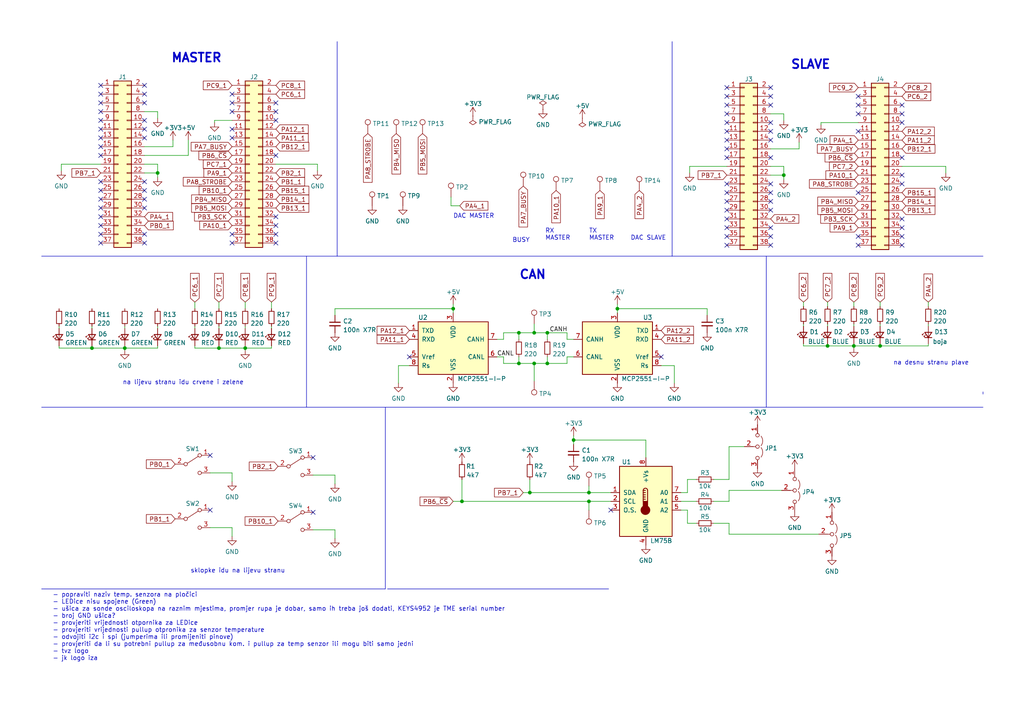
<source format=kicad_sch>
(kicad_sch (version 20230121) (generator eeschema)
  (paper "A4")
  (title_block (title "KTM_TVZ_ApplicationBoard") (date "2022-10-24") (rev "1") (company "TVZ"))
  (junction (at 26.67 100.965))
  (junction (at 247.65 100.33))
  (junction (at 154.94 96.52))
  (junction (at 36.195 100.965))
  (junction (at 150.495 96.52))
  (junction (at 170.815 145.415))
  (junction (at 158.75 96.52))
  (junction (at 227.33 50.8))
  (junction (at 255.27 100.33))
  (junction (at 154.94 105.41))
  (junction (at 133.985 145.415))
  (junction (at 179.07 89.535))
  (junction (at 45.72 50.165))
  (junction (at 166.37 127.635))
  (junction (at 158.75 105.41))
  (junction (at 150.495 105.41))
  (junction (at 131.445 89.535))
  (junction (at 63.5 100.965))
  (junction (at 71.12 100.965))
  (junction (at 170.815 142.875))
  (junction (at 153.67 142.875))
  (junction (at 240.03 100.33))
  (no_connect (at 210.82 63.5))
  (no_connect (at 261.62 30.48))
  (no_connect (at 223.52 38.1))
  (no_connect (at 29.21 62.865))
  (no_connect (at 41.91 52.705))
  (no_connect (at 67.31 37.465))
  (no_connect (at 261.62 68.58))
  (no_connect (at 80.01 70.485))
  (no_connect (at 80.01 62.865))
  (no_connect (at 41.91 60.325))
  (no_connect (at 29.21 42.545))
  (no_connect (at 210.82 40.64))
  (no_connect (at 210.82 45.72))
  (no_connect (at 29.21 37.465))
  (no_connect (at 210.82 35.56))
  (no_connect (at 210.82 33.02))
  (no_connect (at 261.62 53.34))
  (no_connect (at 261.62 50.8))
  (no_connect (at 248.92 55.88))
  (no_connect (at 223.52 66.04))
  (no_connect (at 67.31 32.385))
  (no_connect (at 210.82 53.34))
  (no_connect (at 29.21 67.945))
  (no_connect (at 67.31 27.305))
  (no_connect (at 41.91 37.465))
  (no_connect (at 67.31 70.485))
  (no_connect (at 29.21 55.245))
  (no_connect (at 177.165 147.955))
  (no_connect (at 210.82 27.94))
  (no_connect (at 210.82 58.42))
  (no_connect (at 210.82 43.18))
  (no_connect (at 223.52 45.72))
  (no_connect (at 80.01 29.845))
  (no_connect (at 223.52 68.58))
  (no_connect (at 118.745 103.505))
  (no_connect (at 29.21 32.385))
  (no_connect (at 223.52 27.94))
  (no_connect (at 210.82 55.88))
  (no_connect (at 248.92 27.94))
  (no_connect (at 223.52 35.56))
  (no_connect (at 41.91 34.925))
  (no_connect (at 261.62 71.12))
  (no_connect (at 29.21 40.005))
  (no_connect (at 223.52 71.12))
  (no_connect (at 210.82 66.04))
  (no_connect (at 261.62 45.72))
  (no_connect (at 210.82 30.48))
  (no_connect (at 29.21 60.325))
  (no_connect (at 210.82 71.12))
  (no_connect (at 261.62 66.04))
  (no_connect (at 80.01 45.085))
  (no_connect (at 80.01 65.405))
  (no_connect (at 248.92 68.58))
  (no_connect (at 248.92 30.48))
  (no_connect (at 261.62 63.5))
  (no_connect (at 223.52 60.96))
  (no_connect (at 223.52 55.88))
  (no_connect (at 67.31 29.845))
  (no_connect (at 90.805 132.715))
  (no_connect (at 41.91 40.005))
  (no_connect (at 41.91 55.245))
  (no_connect (at 67.31 40.005))
  (no_connect (at 223.52 30.48))
  (no_connect (at 223.52 40.64))
  (no_connect (at 248.92 33.02))
  (no_connect (at 41.91 70.485))
  (no_connect (at 223.52 58.42))
  (no_connect (at 248.92 71.12))
  (no_connect (at 90.805 148.59))
  (no_connect (at 80.01 67.945))
  (no_connect (at 29.21 52.705))
  (no_connect (at 29.21 34.925))
  (no_connect (at 41.91 29.845))
  (no_connect (at 60.96 147.955))
  (no_connect (at 67.31 67.945))
  (no_connect (at 210.82 25.4))
  (no_connect (at 223.52 25.4))
  (no_connect (at 210.82 38.1))
  (no_connect (at 210.82 60.96))
  (no_connect (at 261.62 33.02))
  (no_connect (at 223.52 53.34))
  (no_connect (at 41.91 57.785))
  (no_connect (at 41.91 27.305))
  (no_connect (at 41.91 24.765))
  (no_connect (at 29.21 29.845))
  (no_connect (at 29.21 27.305))
  (no_connect (at 29.21 24.765))
  (no_connect (at 41.91 67.945))
  (no_connect (at 80.01 32.385))
  (no_connect (at 248.92 38.1))
  (no_connect (at 60.96 132.08))
  (no_connect (at 80.01 34.925))
  (no_connect (at 261.62 35.56))
  (no_connect (at 29.21 57.785))
  (no_connect (at 191.77 103.505))
  (no_connect (at 29.21 70.485))
  (no_connect (at 210.82 68.58))
  (no_connect (at 29.21 45.085))
  (no_connect (at 29.21 65.405))
  (wire (pts (xy 36.195 100.965) (xy 36.195 101.6)))
  (wire (pts (xy 78.74 100.965) (xy 78.74 100.33)))
  (wire (pts (xy 238.125 36.195) (xy 238.125 35.56)))
  (wire (pts (xy 170.815 145.415) (xy 177.165 145.415)))
  (wire (pts (xy 63.5 100.33) (xy 63.5 100.965)))
  (wire (pts (xy 153.67 142.875) (xy 153.67 139.065)))
  (wire (pts (xy 164.465 103.505) (xy 164.465 105.41)))
  (wire (pts (xy 231.775 43.18) (xy 231.775 41.275)))
  (wire (pts (xy 179.07 89.535) (xy 179.07 90.805)))
  (wire (pts (xy 56.515 100.965) (xy 63.5 100.965)))
  (wire (pts (xy 261.62 48.26) (xy 274.32 48.26)))
  (wire (pts (xy 154.94 93.98) (xy 154.94 96.52)))
  (wire (pts (xy 71.12 87.63) (xy 71.12 89.535)))
  (wire (pts (xy 247.65 100.33) (xy 247.65 100.965)))
  (wire (pts (xy 240.03 100.33) (xy 247.65 100.33)))
  (wire (pts (xy 158.75 105.41) (xy 164.465 105.41)))
  (wire (pts (xy 154.94 105.41) (xy 158.75 105.41)))
  (wire (pts (xy 223.52 48.26) (xy 227.33 48.26)))
  (wire (pts (xy 60.96 137.16) (xy 67.31 137.16)))
  (wire (pts (xy 240.03 99.695) (xy 240.03 100.33)))
  (wire (pts (xy 63.5 87.63) (xy 63.5 89.535)))
  (wire (pts (xy 45.72 50.165) (xy 45.72 51.435)))
  (wire (pts (xy 199.39 147.955) (xy 199.39 151.765)))
  (wire (pts (xy 247.65 100.33) (xy 255.27 100.33)))
  (polyline (pts (xy 12.065 74.295) (xy 97.79 74.295)))
  (wire (pts (xy 247.65 93.98) (xy 247.65 94.615)))
  (wire (pts (xy 26.67 100.965) (xy 36.195 100.965)))
  (wire (pts (xy 92.075 47.625) (xy 92.075 49.53)))
  (wire (pts (xy 227.33 50.8) (xy 227.33 52.07)))
  (wire (pts (xy 80.01 47.625) (xy 92.075 47.625)))
  (wire (pts (xy 56.515 100.33) (xy 56.515 100.965)))
  (wire (pts (xy 26.67 100.33) (xy 26.67 100.965)))
  (wire (pts (xy 97.155 89.535) (xy 97.155 91.44)))
  (wire (pts (xy 247.65 87.63) (xy 247.65 88.9)))
  (wire (pts (xy 17.145 100.965) (xy 26.67 100.965)))
  (wire (pts (xy 146.05 96.52) (xy 150.495 96.52)))
  (wire (pts (xy 205.105 89.535) (xy 205.105 91.44)))
  (wire (pts (xy 197.485 142.875) (xy 199.39 142.875)))
  (wire (pts (xy 207.01 139.065) (xy 211.455 139.065)))
  (wire (pts (xy 158.75 96.52) (xy 158.75 98.425)))
  (wire (pts (xy 200.025 48.26) (xy 210.82 48.26)))
  (wire (pts (xy 199.39 151.765) (xy 201.93 151.765)))
  (polyline (pts (xy 194.945 12.065) (xy 194.945 74.295)))
  (wire (pts (xy 197.485 147.955) (xy 199.39 147.955)))
  (wire (pts (xy 146.05 105.41) (xy 150.495 105.41)))
  (wire (pts (xy 215.9 129.54) (xy 211.455 129.54)))
  (wire (pts (xy 223.52 43.18) (xy 231.775 43.18)))
  (wire (pts (xy 41.91 32.385) (xy 45.72 32.385)))
  (wire (pts (xy 240.03 87.63) (xy 240.03 88.9)))
  (wire (pts (xy 166.37 126.365) (xy 166.37 127.635)))
  (wire (pts (xy 195.58 111.125) (xy 195.58 106.045)))
  (wire (pts (xy 233.045 93.98) (xy 233.045 94.615)))
  (polyline (pts (xy 12.065 118.11) (xy 88.9 118.11)))
  (wire (pts (xy 90.805 153.67) (xy 97.155 153.67)))
  (wire (pts (xy 71.12 100.965) (xy 71.12 101.6)))
  (wire (pts (xy 179.07 89.535) (xy 205.105 89.535)))
  (wire (pts (xy 269.24 87.63) (xy 269.24 88.9)))
  (wire (pts (xy 223.52 50.8) (xy 227.33 50.8)))
  (wire (pts (xy 144.145 103.505) (xy 146.05 103.505)))
  (wire (pts (xy 60.96 153.035) (xy 67.31 153.035)))
  (wire (pts (xy 17.78 47.625) (xy 17.78 49.53)))
  (wire (pts (xy 233.045 87.63) (xy 233.045 88.9)))
  (wire (pts (xy 179.07 88.265) (xy 179.07 89.535)))
  (wire (pts (xy 170.815 140.97) (xy 170.815 142.875)))
  (wire (pts (xy 131.445 89.535) (xy 131.445 90.805)))
  (wire (pts (xy 233.045 100.33) (xy 240.03 100.33)))
  (wire (pts (xy 223.52 33.02) (xy 227.33 33.02)))
  (wire (pts (xy 207.01 151.765) (xy 211.455 151.765)))
  (wire (pts (xy 150.495 96.52) (xy 154.94 96.52)))
  (wire (pts (xy 170.815 142.875) (xy 177.165 142.875)))
  (wire (pts (xy 54.61 45.085) (xy 41.91 45.085)))
  (polyline (pts (xy 97.79 12.065) (xy 97.79 74.295)))
  (wire (pts (xy 115.57 106.045) (xy 118.745 106.045)))
  (wire (pts (xy 269.24 93.98) (xy 269.24 94.615)))
  (wire (pts (xy 238.125 35.56) (xy 248.92 35.56)))
  (polyline (pts (xy 222.25 74.295) (xy 222.25 118.11)))
  (wire (pts (xy 62.23 34.925) (xy 62.23 35.56)))
  (wire (pts (xy 150.495 96.52) (xy 150.495 98.425)))
  (wire (pts (xy 17.145 100.33) (xy 17.145 100.965)))
  (wire (pts (xy 45.72 47.625) (xy 45.72 50.165)))
  (wire (pts (xy 255.27 93.98) (xy 255.27 94.615)))
  (wire (pts (xy 227.33 48.26) (xy 227.33 50.8)))
  (wire (pts (xy 63.5 94.615) (xy 63.5 95.25)))
  (wire (pts (xy 153.67 142.875) (xy 170.815 142.875)))
  (wire (pts (xy 211.455 145.415) (xy 207.01 145.415)))
  (wire (pts (xy 45.72 32.385) (xy 45.72 34.29)))
  (wire (pts (xy 90.805 137.795) (xy 97.155 137.795)))
  (polyline (pts (xy 112.395 170.815) (xy 176.53 170.815)))
  (wire (pts (xy 17.78 47.625) (xy 29.21 47.625)))
  (wire (pts (xy 130.81 57.15) (xy 130.81 59.69)))
  (wire (pts (xy 199.39 139.065) (xy 201.93 139.065)))
  (wire (pts (xy 131.445 88.265) (xy 131.445 89.535)))
  (wire (pts (xy 131.445 89.535) (xy 97.155 89.535)))
  (wire (pts (xy 150.495 105.41) (xy 154.94 105.41)))
  (wire (pts (xy 26.67 94.615) (xy 26.67 95.25)))
  (wire (pts (xy 269.24 100.33) (xy 269.24 99.695)))
  (wire (pts (xy 41.91 50.165) (xy 45.72 50.165)))
  (wire (pts (xy 115.57 106.045) (xy 115.57 111.125)))
  (wire (pts (xy 187.325 127.635) (xy 166.37 127.635)))
  (wire (pts (xy 170.815 145.415) (xy 170.815 147.955)))
  (wire (pts (xy 211.455 151.765) (xy 211.455 154.94)))
  (wire (pts (xy 71.12 100.965) (xy 78.74 100.965)))
  (wire (pts (xy 166.37 98.425) (xy 164.465 98.425)))
  (wire (pts (xy 36.195 100.33) (xy 36.195 100.965)))
  (wire (pts (xy 41.91 42.545) (xy 50.165 42.545)))
  (wire (pts (xy 200.025 48.26) (xy 200.025 50.165)))
  (wire (pts (xy 78.74 87.63) (xy 78.74 89.535)))
  (wire (pts (xy 78.74 94.615) (xy 78.74 95.25)))
  (wire (pts (xy 56.515 87.63) (xy 56.515 89.535)))
  (wire (pts (xy 255.27 87.63) (xy 255.27 88.9)))
  (wire (pts (xy 130.81 59.69) (xy 133.35 59.69)))
  (wire (pts (xy 63.5 100.965) (xy 71.12 100.965)))
  (wire (pts (xy 146.05 98.425) (xy 146.05 96.52)))
  (polyline (pts (xy 111.76 118.11) (xy 111.76 170.815)))
  (wire (pts (xy 131.445 145.415) (xy 133.985 145.415)))
  (wire (pts (xy 233.045 99.695) (xy 233.045 100.33)))
  (wire (pts (xy 247.65 99.695) (xy 247.65 100.33)))
  (wire (pts (xy 97.155 153.67) (xy 97.155 156.21)))
  (wire (pts (xy 154.94 96.52) (xy 158.75 96.52)))
  (polyline (pts (xy 222.25 118.11) (xy 285.115 118.11)))
  (wire (pts (xy 67.31 137.16) (xy 67.31 139.7)))
  (wire (pts (xy 255.27 100.33) (xy 269.24 100.33)))
  (wire (pts (xy 150.495 103.505) (xy 150.495 105.41)))
  (wire (pts (xy 166.37 127.635) (xy 166.37 128.905)))
  (wire (pts (xy 166.37 103.505) (xy 164.465 103.505)))
  (polyline (pts (xy 12.065 170.815) (xy 111.76 170.815)))
  (wire (pts (xy 255.27 100.33) (xy 255.27 99.695)))
  (wire (pts (xy 211.455 154.94) (xy 237.49 154.94)))
  (wire (pts (xy 226.695 142.24) (xy 211.455 142.24)))
  (wire (pts (xy 133.985 145.415) (xy 170.815 145.415)))
  (wire (pts (xy 227.33 33.02) (xy 227.33 34.925)))
  (wire (pts (xy 158.75 96.52) (xy 164.465 96.52)))
  (wire (pts (xy 197.485 145.415) (xy 201.93 145.415)))
  (wire (pts (xy 211.455 129.54) (xy 211.455 139.065)))
  (polyline (pts (xy 97.79 74.295) (xy 194.945 74.295)))
  (wire (pts (xy 199.39 142.875) (xy 199.39 139.065)))
  (wire (pts (xy 17.145 94.615) (xy 17.145 95.25)))
  (wire (pts (xy 50.165 42.545) (xy 50.165 40.64)))
  (wire (pts (xy 97.155 137.795) (xy 97.155 140.335)))
  (polyline (pts (xy 88.9 118.11) (xy 88.9 74.295)))
  (wire (pts (xy 187.325 132.715) (xy 187.325 127.635)))
  (wire (pts (xy 36.195 94.615) (xy 36.195 95.25)))
  (wire (pts (xy 36.195 100.965) (xy 45.72 100.965)))
  (wire (pts (xy 274.32 50.165) (xy 274.32 48.26)))
  (wire (pts (xy 71.12 100.33) (xy 71.12 100.965)))
  (wire (pts (xy 54.61 40.64) (xy 54.61 45.085)))
  (wire (pts (xy 56.515 94.615) (xy 56.515 95.25)))
  (wire (pts (xy 45.72 100.965) (xy 45.72 100.33)))
  (wire (pts (xy 133.985 145.415) (xy 133.985 139.065)))
  (wire (pts (xy 240.03 93.98) (xy 240.03 94.615)))
  (polyline (pts (xy 222.25 118.11) (xy 88.9 118.11)))
  (wire (pts (xy 151.765 142.875) (xy 153.67 142.875)))
  (wire (pts (xy 71.12 94.615) (xy 71.12 95.25)))
  (wire (pts (xy 146.05 103.505) (xy 146.05 105.41)))
  (wire (pts (xy 67.31 153.035) (xy 67.31 155.575)))
  (wire (pts (xy 164.465 98.425) (xy 164.465 96.52)))
  (wire (pts (xy 45.72 94.615) (xy 45.72 95.25)))
  (wire (pts (xy 41.91 47.625) (xy 45.72 47.625)))
  (wire (pts (xy 67.31 34.925) (xy 62.23 34.925)))
  (polyline (pts (xy 285.115 113.665) (xy 285.115 114.3)))
  (wire (pts (xy 195.58 106.045) (xy 191.77 106.045)))
  (polyline (pts (xy 285.115 74.295) (xy 194.945 74.295)))
  (wire (pts (xy 154.94 110.49) (xy 154.94 105.41)))
  (wire (pts (xy 144.145 98.425) (xy 146.05 98.425)))
  (wire (pts (xy 211.455 142.24) (xy 211.455 145.415)))
  (wire (pts (xy 158.75 103.505) (xy 158.75 105.41)))
  (text "TX\nMASTER" (at 170.815 69.85 0) (effects (font (size 1.27 1.27)) (justify left bottom)))
  (text "CAN" (at 150.495 81.28 0) (effects (font (size 2.54 2.54) (thickness 0.508) bold) (justify left bottom)))
  (text "na lijevu stranu idu crvene i zelene" (at 35.56 111.76 0) (effects (font (size 1.27 1.27)) (justify left bottom)))
  (text "RX\nMASTER" (at 158.115 69.85 0) (effects (font (size 1.27 1.27)) (justify left bottom)))
  (text "SLAVE" (at 229.235 20.32 0) (effects (font (size 2.54 2.54) (thickness 0.508) bold) (justify left bottom)))
  (text "MASTER" (at 49.53 18.415 0) (effects (font (size 2.54 2.54) (thickness 0.508) bold) (justify left bottom)))
  (text "sklopke idu na lijevu stranu" (at 55.245 166.37 0) (effects (font (size 1.27 1.27)) (justify left bottom)))
  (text "DAC MASTER" (at 131.445 63.5 0) (effects (font (size 1.27 1.27)) (justify left bottom)))
  (text "DAC SLAVE" (at 182.88 69.85 0) (effects (font (size 1.27 1.27)) (justify left bottom)))
  (text "na desnu stranu plave" (at 259.08 106.045 0) (effects (font (size 1.27 1.27)) (justify left bottom)))
  (text "BUSY" (at 148.59 70.485 0) (effects (font (size 1.27 1.27)) (justify left bottom)))
  (text "- popraviti naziv temp. senzora na pločici\n- LEDice nisu spojene (Green)\n- ušica za sonde osciloskopa na raznim mjestima, promjer rupa je dobar, samo ih treba još dodati, KEYS4952 je TME serial number\n- broj GND ušica?\n- provjeriti vrijednosti otpornika za LEDice\n- provjeriti vrijednosti pullup otpronika za senzor temperature\n- odvojiti i2c i spi (jumperima ili promijeniti pinove)\n- provjeriti da li su potrebni pullup za međusobnu kom. i pullup za temp senzor ili mogu biti samo jedni\n- tvz logo\n- jk logo iza" (at 15.24 191.77 0) (effects (font (size 1.27 1.27)) (justify left bottom)))
  (label "CANH" (at 159.385 96.52 0))
  (label "CANL" (at 144.145 103.505 0))
  (global_label "PA9_1" (shape input) (at 67.31 50.165 180) (property "Intersheetrefs" "${INTERSHEET_REFS}" (effects hide)))
  (global_label "PB12_1" (shape input) (at 261.62 43.18 0) (property "Intersheetrefs" "${INTERSHEET_REFS}" (effects hide)))
  (global_label "PB2_1" (shape input) (at 80.01 50.165 0) (property "Intersheetrefs" "${INTERSHEET_REFS}" (effects hide)))
  (global_label "PB3_SCK" (shape input) (at 67.31 62.865 180) (property "Intersheetrefs" "${INTERSHEET_REFS}" (effects hide)))
  (global_label "PA4_2" (shape input) (at 223.52 63.5 0) (property "Intersheetrefs" "${INTERSHEET_REFS}" (effects hide)))
  (global_label "PB15_1" (shape input) (at 80.01 55.245 0) (property "Intersheetrefs" "${INTERSHEET_REFS}" (effects hide)))
  (global_label "PA4_1" (shape input) (at 248.92 40.64 180) (property "Intersheetrefs" "${INTERSHEET_REFS}" (effects hide)))
  (global_label "PA12_1" (shape input) (at 80.01 37.465 0) (property "Intersheetrefs" "${INTERSHEET_REFS}" (effects hide)))
  (global_label "PA11_1" (shape input) (at 118.745 98.425 180) (property "Intersheetrefs" "${INTERSHEET_REFS}" (effects hide)))
  (global_label "PA10_1" (shape input) (at 67.31 65.405 180) (property "Intersheetrefs" "${INTERSHEET_REFS}" (effects hide)))
  (global_label "PC6_1" (shape input) (at 80.01 27.305 0) (property "Intersheetrefs" "${INTERSHEET_REFS}" (effects hide)))
  (global_label "PA8_STROBE" (shape input) (at 67.31 52.705 180) (property "Intersheetrefs" "${INTERSHEET_REFS}" (effects hide)))
  (global_label "PA10_1" (shape input) (at 248.92 50.8 180) (property "Intersheetrefs" "${INTERSHEET_REFS}" (effects hide)))
  (global_label "PB4_MISO" (shape input) (at 248.92 58.42 180) (property "Intersheetrefs" "${INTERSHEET_REFS}" (effects hide)))
  (global_label "PA11_2" (shape input) (at 261.62 40.64 0) (property "Intersheetrefs" "${INTERSHEET_REFS}" (effects hide)))
  (global_label "PC7_1" (shape input) (at 63.5 87.63 90) (property "Intersheetrefs" "${INTERSHEET_REFS}" (effects hide)))
  (global_label "PB10_1" (shape input) (at 80.645 151.13 180) (property "Intersheetrefs" "${INTERSHEET_REFS}" (effects hide)))
  (global_label "PA8_STROBE" (shape input) (at 248.92 53.34 180) (property "Intersheetrefs" "${INTERSHEET_REFS}" (effects hide)))
  (global_label "PB14_1" (shape input) (at 80.01 57.785 0) (property "Intersheetrefs" "${INTERSHEET_REFS}" (effects hide)))
  (global_label "PC6_2" (shape input) (at 233.045 87.63 90) (property "Intersheetrefs" "${INTERSHEET_REFS}" (effects hide)))
  (global_label "PB13_1" (shape input) (at 80.01 60.325 0) (property "Intersheetrefs" "${INTERSHEET_REFS}" (effects hide)))
  (global_label "PB2_1" (shape input) (at 80.645 135.255 180) (property "Intersheetrefs" "${INTERSHEET_REFS}" (effects hide)))
  (global_label "PA4_2" (shape input) (at 269.24 87.63 90) (property "Intersheetrefs" "${INTERSHEET_REFS}" (effects hide)))
  (global_label "PA12_2" (shape input) (at 261.62 38.1 0) (property "Intersheetrefs" "${INTERSHEET_REFS}" (effects hide)))
  (global_label "PB12_1" (shape input) (at 80.01 42.545 0) (property "Intersheetrefs" "${INTERSHEET_REFS}" (effects hide)))
  (global_label "PA12_2" (shape input) (at 191.77 95.885 0) (property "Intersheetrefs" "${INTERSHEET_REFS}" (effects hide)))
  (global_label "PB5_MOSI" (shape input) (at 67.31 60.325 180) (property "Intersheetrefs" "${INTERSHEET_REFS}" (effects hide)))
  (global_label "PB7_1" (shape input) (at 151.765 142.875 180) (property "Intersheetrefs" "${INTERSHEET_REFS}" (effects hide)))
  (global_label "PB6_~{CS}" (shape input) (at 248.92 45.72 180) (property "Intersheetrefs" "${INTERSHEET_REFS}" (effects hide)))
  (global_label "PA11_1" (shape input) (at 80.01 40.005 0) (property "Intersheetrefs" "${INTERSHEET_REFS}" (effects hide)))
  (global_label "PC6_2" (shape input) (at 261.62 27.94 0) (property "Intersheetrefs" "${INTERSHEET_REFS}" (effects hide)))
  (global_label "PB6_~{CS}" (shape input) (at 67.31 45.085 180) (property "Intersheetrefs" "${INTERSHEET_REFS}" (effects hide)))
  (global_label "PB1_1" (shape input) (at 50.8 150.495 180) (property "Intersheetrefs" "${INTERSHEET_REFS}" (effects hide)))
  (global_label "PC7_2" (shape input) (at 240.03 87.63 90) (property "Intersheetrefs" "${INTERSHEET_REFS}" (effects hide)))
  (global_label "PB15_1" (shape input) (at 261.62 55.88 0) (property "Intersheetrefs" "${INTERSHEET_REFS}" (effects hide)))
  (global_label "PB1_1" (shape input) (at 80.01 52.705 0) (property "Intersheetrefs" "${INTERSHEET_REFS}" (effects hide)))
  (global_label "PB5_MOSI" (shape input) (at 122.555 38.735 270) (property "Intersheetrefs" "${INTERSHEET_REFS}" (effects hide)))
  (global_label "PC8_1" (shape input) (at 71.12 87.63 90) (property "Intersheetrefs" "${INTERSHEET_REFS}" (effects hide)))
  (global_label "PB3_SCK" (shape input) (at 248.92 63.5 180) (property "Intersheetrefs" "${INTERSHEET_REFS}" (effects hide)))
  (global_label "PA4_2" (shape input) (at 185.42 55.245 270) (property "Intersheetrefs" "${INTERSHEET_REFS}" (effects hide)))
  (global_label "PB7_1" (shape input) (at 29.21 50.165 180) (property "Intersheetrefs" "${INTERSHEET_REFS}" (effects hide)))
  (global_label "PA12_1" (shape input) (at 118.745 95.885 180) (property "Intersheetrefs" "${INTERSHEET_REFS}" (effects hide)))
  (global_label "PB4_MISO" (shape input) (at 114.935 38.735 270) (property "Intersheetrefs" "${INTERSHEET_REFS}" (effects hide)))
  (global_label "PC9_1" (shape input) (at 78.74 87.63 90) (property "Intersheetrefs" "${INTERSHEET_REFS}" (effects hide)))
  (global_label "PB0_1" (shape input) (at 50.8 134.62 180) (property "Intersheetrefs" "${INTERSHEET_REFS}" (effects hide)))
  (global_label "PA9_1" (shape input) (at 173.99 55.245 270) (property "Intersheetrefs" "${INTERSHEET_REFS}" (effects hide)))
  (global_label "PA4_1" (shape input) (at 41.91 62.865 0) (property "Intersheetrefs" "${INTERSHEET_REFS}" (effects hide)))
  (global_label "PC9_2" (shape input) (at 255.27 87.63 90) (property "Intersheetrefs" "${INTERSHEET_REFS}" (effects hide)))
  (global_label "PA4_1" (shape input) (at 133.35 59.69 0) (property "Intersheetrefs" "${INTERSHEET_REFS}" (effects hide)))
  (global_label "PB10_1" (shape input) (at 67.31 55.245 180) (property "Intersheetrefs" "${INTERSHEET_REFS}" (effects hide)))
  (global_label "PB7_1" (shape input) (at 210.82 50.8 180) (property "Intersheetrefs" "${INTERSHEET_REFS}" (effects hide)))
  (global_label "PC9_2" (shape input) (at 248.92 25.4 180) (property "Intersheetrefs" "${INTERSHEET_REFS}" (effects hide)))
  (global_label "PB13_1" (shape input) (at 261.62 60.96 0) (property "Intersheetrefs" "${INTERSHEET_REFS}" (effects hide)))
  (global_label "PB6_~{CS}" (shape input) (at 131.445 145.415 180) (property "Intersheetrefs" "${INTERSHEET_REFS}" (effects hide)))
  (global_label "PC8_2" (shape input) (at 261.62 25.4 0) (property "Intersheetrefs" "${INTERSHEET_REFS}" (effects hide)))
  (global_label "PA10_1" (shape input) (at 161.29 55.245 270) (property "Intersheetrefs" "${INTERSHEET_REFS}" (effects hide)))
  (global_label "PA8_STROBE" (shape input) (at 106.68 38.735 270) (property "Intersheetrefs" "${INTERSHEET_REFS}" (effects hide)))
  (global_label "PA7_BUSY" (shape input) (at 151.765 53.975 270) (property "Intersheetrefs" "${INTERSHEET_REFS}" (effects hide)))
  (global_label "PC7_2" (shape input) (at 248.92 48.26 180) (property "Intersheetrefs" "${INTERSHEET_REFS}" (effects hide)))
  (global_label "PA7_BUSY" (shape input) (at 67.31 42.545 180) (property "Intersheetrefs" "${INTERSHEET_REFS}" (effects hide)))
  (global_label "PB4_MISO" (shape input) (at 67.31 57.785 180) (property "Intersheetrefs" "${INTERSHEET_REFS}" (effects hide)))
  (global_label "PC7_1" (shape input) (at 67.31 47.625 180) (property "Intersheetrefs" "${INTERSHEET_REFS}" (effects hide)))
  (global_label "PA7_BUSY" (shape input) (at 248.92 43.18 180) (property "Intersheetrefs" "${INTERSHEET_REFS}" (effects hide)))
  (global_label "PB14_1" (shape input) (at 261.62 58.42 0) (property "Intersheetrefs" "${INTERSHEET_REFS}" (effects hide)))
  (global_label "PA9_1" (shape input) (at 248.92 66.04 180) (property "Intersheetrefs" "${INTERSHEET_REFS}" (effects hide)))
  (global_label "PA11_2" (shape input) (at 191.77 98.425 0) (property "Intersheetrefs" "${INTERSHEET_REFS}" (effects hide)))
  (global_label "PC6_1" (shape input) (at 56.515 87.63 90) (property "Intersheetrefs" "${INTERSHEET_REFS}" (effects hide)))
  (global_label "PB0_1" (shape input) (at 41.91 65.405 0) (property "Intersheetrefs" "${INTERSHEET_REFS}" (effects hide)))
  (global_label "PB5_MOSI" (shape input) (at 248.92 60.96 180) (property "Intersheetrefs" "${INTERSHEET_REFS}" (effects hide)))
  (global_label "PC8_1" (shape input) (at 80.01 24.765 0) (property "Intersheetrefs" "${INTERSHEET_REFS}" (effects hide)))
  (global_label "PC8_2" (shape input) (at 247.65 87.63 90) (property "Intersheetrefs" "${INTERSHEET_REFS}" (effects hide)))
  (global_label "PC9_1" (shape input) (at 67.31 24.765 180) (property "Intersheetrefs" "${INTERSHEET_REFS}" (effects hide)))
  (symbol (lib_name "GND_6") (lib_id "power:GND") (at 205.105 96.52 0) (unit 1)
    (property "Reference" "#PWR028" (effects hide))
    (property "Value" "GND" (at 205.105 100.9634 0))
  )
  (symbol (lib_id "Connector:TestPoint") (at 151.765 53.975 0) (unit 1)
    (property "Reference" "TP10" (at 153.162 51.1068 0) (effects (justify left)))
    (property "Value" "TestPoint" (effects hide))
    (property "Footprint" "Footprint:KEYS4952" (effects hide))
  )
  (symbol (lib_id "Sensor_Temperature:LM75B") (at 187.325 145.415 0) (unit 1)
    (property "Reference" "U1" (at 180.34 133.985 0) (effects (justify left)))
    (property "Value" "LM75B" (at 188.595 156.845 0) (effects (justify left)))
    (property "Footprint" "Package_SO:SO-8_3.9x4.9mm_P1.27mm" (effects hide))
    (property "Datasheet" "http://www.ti.com/lit/ds/symlink/lm75b.pdf" (effects hide))
  )
  (symbol (lib_id "Device:R_Small") (at 17.145 92.075 0) (unit 1)
    (property "Reference" "R10" (at 18.6436 91.2403 0) (effects (justify left)))
    (property "Value" "220" (at 18.6436 93.7772 0) (effects (justify left)))
    (property "Footprint" "Resistor_SMD:R_0805_2012Metric" (effects hide))
  )
  (symbol (lib_id "Switch:SW_SPDT") (at 55.88 134.62 0) (unit 1)
    (property "Reference" "SW1" (at 55.88 130.175 0))
    (property "Value" "EG1271A" (effects hide))
    (property "Footprint" "Footprint:EG1271A" (effects hide))
  )
  (symbol (lib_id "Connector:TestPoint") (at 170.815 147.955 180) (unit 1)
    (property "Reference" "TP6" (at 172.212 151.6908 0) (effects (justify right)))
    (property "Value" "TestPoint" (effects hide))
    (property "Footprint" "Footprint:KEYS4952" (effects hide))
  )
  (symbol (lib_id "Connector:TestPoint") (at 173.99 55.245 0) (unit 1)
    (property "Reference" "TP8" (at 175.387 52.3768 0) (effects (justify left)))
    (property "Value" "TestPoint" (effects hide))
    (property "Footprint" "Footprint:KEYS4952" (effects hide))
  )
  (symbol (lib_name "GND_1") (lib_id "power:GND") (at 116.84 59.69 0) (unit 1)
    (property "Reference" "#PWR0110" (effects hide))
    (property "Value" "GND" (at 116.84 64.1334 0))
  )
  (symbol (lib_id "power:+3V3") (at 133.985 133.985 0) (unit 1)
    (property "Reference" "#PWR04" (effects hide))
    (property "Value" "+3V3" (at 133.985 130.4092 0))
  )
  (symbol (lib_id "Device:LED_Small") (at 71.12 97.79 90) (unit 1)
    (property "Reference" "D11" (at 72.898 96.8918 90) (effects (justify right)))
    (property "Value" "RED" (at 72.898 99.4287 90) (effects (justify right)))
    (property "Footprint" "LED_SMD:LED_1206_3216Metric" (effects hide))
  )
  (symbol (lib_id "Device:R_Small") (at 204.47 145.415 90) (unit 1)
    (property "Reference" "R4" (at 204.47 143.51 90))
    (property "Value" "10k" (at 204.47 147.32 90))
    (property "Footprint" "Resistor_SMD:R_0805_2012Metric" (effects hide))
  )
  (symbol (lib_id "Connector_Generic:Conn_02x19_Odd_Even") (at 215.9 48.26 0) (unit 1)
    (property "Reference" "J3" (at 217.17 22.9672 0))
    (property "Value" "Conn_02x19_Odd_Even" (effects hide))
    (property "Footprint" "Connector_PinSocket_2.54mm:PinSocket_2x19_P2.54mm_Vertical_SMD" (effects hide))
  )
  (symbol (lib_id "Connector_Generic:Conn_02x19_Odd_Even") (at 254 48.26 0) (unit 1)
    (property "Reference" "J4" (at 255.27 22.9672 0))
    (property "Value" "Conn_02x19_Odd_Even" (effects hide))
    (property "Footprint" "Connector_PinSocket_2.54mm:PinSocket_2x19_P2.54mm_Vertical_SMD" (effects hide))
  )
  (symbol (lib_id "Connector:TestPoint") (at 154.94 93.98 0) (unit 1)
    (property "Reference" "TP3" (at 156.337 91.1118 0) (effects (justify left)))
    (property "Value" "TestPoint" (effects hide))
    (property "Footprint" "Footprint:KEYS4952" (effects hide))
  )
  (symbol (lib_name "GND_12") (lib_id "power:GND") (at 45.72 34.29 0) (unit 1)
    (property "Reference" "#PWR019" (effects hide))
    (property "Value" "GND" (at 45.72 38.7334 0))
  )
  (symbol (lib_id "Device:C_Small") (at 166.37 131.445 0) (unit 1)
    (property "Reference" "C1" (at 168.6941 130.6166 0) (effects (justify left)))
    (property "Value" "100n X7R" (at 168.6941 133.1535 0) (effects (justify left)))
    (property "Footprint" "Capacitor_SMD:C_0805_2012Metric" (effects hide))
  )
  (symbol (lib_id "Device:R_Small") (at 255.27 91.44 0) (unit 1)
    (property "Reference" "R9" (at 256.7686 90.6053 0) (effects (justify left)))
    (property "Value" "220" (at 256.7686 93.1422 0) (effects (justify left)))
    (property "Footprint" "Resistor_SMD:R_0805_2012Metric" (effects hide))
  )
  (symbol (lib_id "Connector:TestPoint") (at 154.94 110.49 180) (unit 1)
    (property "Reference" "TP4" (at 156.337 114.2258 0) (effects (justify right)))
    (property "Value" "TestPoint" (effects hide))
    (property "Footprint" "Footprint:KEYS4952" (effects hide))
  )
  (symbol (lib_id "Connector:TestPoint") (at 116.84 59.69 0) (unit 1)
    (property "Reference" "TP9" (at 118.237 56.8218 0) (effects (justify left)))
    (property "Value" "TestPoint" (effects hide))
    (property "Footprint" "Footprint:KEYS4952" (effects hide))
  )
  (symbol (lib_id "Connector:TestPoint") (at 122.555 38.735 0) (unit 1)
    (property "Reference" "TP13" (at 123.952 35.8668 0) (effects (justify left)))
    (property "Value" "TestPoint" (effects hide))
    (property "Footprint" "Footprint:KEYS4952" (effects hide))
  )
  (symbol (lib_id "Device:R_Small") (at 133.985 136.525 180) (unit 1)
    (property "Reference" "R1" (at 136.525 135.255 0))
    (property "Value" "4k7" (at 137.16 137.795 0))
    (property "Footprint" "Resistor_SMD:R_0805_2012Metric" (effects hide))
  )
  (symbol (lib_id "power:+3V3") (at 219.71 123.19 0) (unit 1)
    (property "Reference" "#PWR01" (effects hide))
    (property "Value" "+3V3" (at 219.71 119.6142 0))
  )
  (symbol (lib_id "Device:R_Small") (at 240.03 91.44 0) (unit 1)
    (property "Reference" "R7" (at 241.5286 90.6053 0) (effects (justify left)))
    (property "Value" "220" (at 241.5286 93.1422 0) (effects (justify left)))
    (property "Footprint" "Resistor_SMD:R_0805_2012Metric" (effects hide))
  )
  (symbol (lib_name "GND_27") (lib_id "power:GND") (at 97.155 140.335 0) (unit 1)
    (property "Reference" "#PWR03" (effects hide))
    (property "Value" "GND" (at 97.155 144.7784 0))
  )
  (symbol (lib_name "GND_13") (lib_id "power:GND") (at 45.72 51.435 0) (unit 1)
    (property "Reference" "#PWR033" (effects hide))
    (property "Value" "GND" (at 45.72 55.8784 0))
  )
  (symbol (lib_id "Connector_Generic:Conn_02x19_Odd_Even") (at 34.29 47.625 0) (unit 1)
    (property "Reference" "J1" (at 35.56 22.3322 0))
    (property "Value" "Conn_02x19_Odd_Even" (effects hide))
    (property "Footprint" "Connector_PinSocket_2.54mm:PinSocket_2x19_P2.54mm_Vertical_SMD" (effects hide))
  )
  (symbol (lib_id "Connector_Generic:Conn_02x19_Odd_Even") (at 72.39 47.625 0) (unit 1)
    (property "Reference" "J2" (at 73.66 22.3322 0))
    (property "Value" "Conn_02x19_Odd_Even" (effects hide))
    (property "Footprint" "Connector_PinSocket_2.54mm:PinSocket_2x19_P2.54mm_Vertical_SMD" (effects hide))
  )
  (symbol (lib_name "GND_28") (lib_id "power:GND") (at 97.155 156.21 0) (unit 1)
    (property "Reference" "#PWR010" (effects hide))
    (property "Value" "GND" (at 97.155 160.6534 0))
  )
  (symbol (lib_id "Connector:TestPoint") (at 107.95 59.69 0) (unit 1)
    (property "Reference" "TP1" (at 109.347 56.8218 0) (effects (justify left)))
    (property "Value" "TestPoint" (effects hide))
    (property "Footprint" "Footprint:KEYS4952" (effects hide))
  )
  (symbol (lib_id "Interface_CAN_LIN:MCP2551-I-P") (at 131.445 100.965 0) (unit 1)
    (property "Reference" "U2" (at 121.285 92.075 0) (effects (justify left)))
    (property "Value" "MCP2551-I-P" (at 132.715 109.855 0) (effects (justify left)))
    (property "Footprint" "Package_DIP:DIP-8_W7.62mm" (effects hide))
    (property "Datasheet" "http://ww1.microchip.com/downloads/en/devicedoc/21667d.pdf" (effects hide))
  )
  (symbol (lib_name "GND_10") (lib_id "power:GND") (at 195.58 111.125 0) (unit 1)
    (property "Reference" "#PWR038" (effects hide))
    (property "Value" "GND" (at 195.58 115.5684 0))
  )
  (symbol (lib_id "power:+3V3") (at 231.775 41.275 0) (unit 1)
    (property "Reference" "#PWR026" (effects hide))
    (property "Value" "+3V3" (at 231.775 37.6992 0))
  )
  (symbol (lib_id "Device:LED_Small") (at 63.5 97.79 90) (unit 1)
    (property "Reference" "D10" (at 65.278 96.8918 90) (effects (justify right)))
    (property "Value" "RED" (at 65.278 99.4287 90) (effects (justify right)))
    (property "Footprint" "LED_SMD:LED_1206_3216Metric" (effects hide))
  )
  (symbol (lib_id "Device:R_Small") (at 63.5 92.075 0) (unit 1)
    (property "Reference" "R15" (at 64.9986 91.2403 0) (effects (justify left)))
    (property "Value" "220" (at 64.9986 93.7772 0) (effects (justify left)))
    (property "Footprint" "Resistor_SMD:R_0805_2012Metric" (effects hide))
  )
  (symbol (lib_id "Device:LED_Small") (at 233.045 97.155 90) (unit 1)
    (property "Reference" "D1" (at 234.823 96.2568 90) (effects (justify right)))
    (property "Value" "BLUE" (at 234.315 99.06 90) (effects (justify right)))
    (property "Footprint" "LED_SMD:LED_1206_3216Metric" (effects hide))
  )
  (symbol (lib_id "Connector:TestPoint") (at 130.81 57.15 0) (unit 1)
    (property "Reference" "TP2" (at 132.207 54.2818 0) (effects (justify left)))
    (property "Value" "TestPoint" (effects hide))
    (property "Footprint" "Footprint:KEYS4952" (effects hide))
  )
  (symbol (lib_name "GND_25") (lib_id "power:GND") (at 115.57 111.125 0) (unit 1)
    (property "Reference" "#PWR035" (effects hide))
    (property "Value" "GND" (at 115.57 115.5684 0))
  )
  (symbol (lib_id "Device:LED_Small") (at 17.145 97.79 90) (unit 1)
    (property "Reference" "D5" (at 18.923 96.8918 90) (effects (justify right)))
    (property "Value" "GREEN" (at 18.923 99.4287 90) (effects (justify right)))
    (property "Footprint" "LED_SMD:LED_1206_3216Metric" (effects hide))
  )
  (symbol (lib_id "Device:R_Small") (at 45.72 92.075 0) (unit 1)
    (property "Reference" "R13" (at 47.2186 91.2403 0) (effects (justify left)))
    (property "Value" "220" (at 47.2186 93.7772 0) (effects (justify left)))
    (property "Footprint" "Resistor_SMD:R_0805_2012Metric" (effects hide))
  )
  (symbol (lib_id "Device:R_Small") (at 247.65 91.44 0) (unit 1)
    (property "Reference" "R8" (at 249.1486 90.6053 0) (effects (justify left)))
    (property "Value" "220" (at 249.1486 93.1422 0) (effects (justify left)))
    (property "Footprint" "Resistor_SMD:R_0805_2012Metric" (effects hide))
  )
  (symbol (lib_id "Device:LED_Small") (at 78.74 97.79 90) (unit 1)
    (property "Reference" "D12" (at 80.518 96.8918 90) (effects (justify right)))
    (property "Value" "RED" (at 80.518 99.4287 90) (effects (justify right)))
    (property "Footprint" "LED_SMD:LED_1206_3216Metric" (effects hide))
  )
  (symbol (lib_id "power:PWR_FLAG") (at 137.16 33.655 180) (unit 1)
    (property "Reference" "#FLG0103" (effects hide))
    (property "Value" "PWR_FLAG" (at 138.811 35.3588 0) (effects (justify right)))
  )
  (symbol (lib_id "Device:R_Small") (at 204.47 139.065 90) (unit 1)
    (property "Reference" "R3" (at 204.47 137.16 90))
    (property "Value" "10k" (at 204.47 140.97 90))
    (property "Footprint" "Resistor_SMD:R_0805_2012Metric" (effects hide))
  )
  (symbol (lib_id "Device:R_Small") (at 71.12 92.075 0) (unit 1)
    (property "Reference" "R16" (at 72.6186 91.2403 0) (effects (justify left)))
    (property "Value" "220" (at 72.6186 93.7772 0) (effects (justify left)))
    (property "Footprint" "Resistor_SMD:R_0805_2012Metric" (effects hide))
  )
  (symbol (lib_id "Interface_CAN_LIN:MCP2551-I-P") (at 179.07 100.965 0) (mirror y) (unit 1)
    (property "Reference" "U3" (at 189.23 92.075 0) (effects (justify left)))
    (property "Value" "MCP2551-I-P" (at 194.31 109.855 0) (effects (justify left)))
    (property "Footprint" "Package_DIP:DIP-8_W7.62mm" (effects hide))
    (property "Datasheet" "http://ww1.microchip.com/downloads/en/devicedoc/21667d.pdf" (effects hide))
  )
  (symbol (lib_name "GND_16") (lib_id "power:GND") (at 36.195 101.6 0) (unit 1)
    (property "Reference" "#PWR017" (effects hide))
    (property "Value" "GND" (at 36.195 106.0434 0))
  )
  (symbol (lib_name "GND_2") (lib_id "power:GND") (at 238.125 36.195 0) (unit 1)
    (property "Reference" "#PWR022" (effects hide))
    (property "Value" "GND" (at 238.125 40.6384 0))
  )
  (symbol (lib_name "GND_21") (lib_id "power:GND") (at 219.71 135.89 0) (unit 1)
    (property "Reference" "#PWR07" (effects hide))
    (property "Value" "GND" (at 219.71 140.3334 0))
  )
  (symbol (lib_name "GND_1") (lib_id "power:GND") (at 107.95 59.69 0) (unit 1)
    (property "Reference" "#PWR0104" (effects hide))
    (property "Value" "GND" (at 107.95 64.1334 0))
  )
  (symbol (lib_name "GND_8") (lib_id "power:GND") (at 274.32 50.165 0) (unit 1)
    (property "Reference" "#PWR032" (effects hide))
    (property "Value" "GND" (at 274.32 54.6084 0))
  )
  (symbol (lib_id "Device:R_Small") (at 36.195 92.075 0) (unit 1)
    (property "Reference" "R12" (at 37.6936 91.2403 0) (effects (justify left)))
    (property "Value" "220" (at 37.6936 93.7772 0) (effects (justify left)))
    (property "Footprint" "Resistor_SMD:R_0805_2012Metric" (effects hide))
  )
  (symbol (lib_id "Device:R_Small") (at 153.67 136.525 180) (unit 1)
    (property "Reference" "R2" (at 156.21 135.255 0))
    (property "Value" "4k7" (at 156.845 137.795 0))
    (property "Footprint" "Resistor_SMD:R_0805_2012Metric" (effects hide))
  )
  (symbol (lib_id "Switch:SW_SPDT") (at 85.725 135.255 0) (unit 1)
    (property "Reference" "SW3" (at 85.725 130.81 0))
    (property "Value" "EG1271A" (effects hide))
    (property "Footprint" "Footprint:EG1271A" (effects hide))
  )
  (symbol (lib_id "Device:R_Small") (at 56.515 92.075 0) (unit 1)
    (property "Reference" "R14" (at 58.0136 91.2403 0) (effects (justify left)))
    (property "Value" "220" (at 58.0136 93.7772 0) (effects (justify left)))
    (property "Footprint" "Resistor_SMD:R_0805_2012Metric" (effects hide))
  )
  (symbol (lib_id "Jumper:Jumper_3_Open") (at 219.71 129.54 270) (unit 1)
    (property "Reference" "JP1" (at 221.8442 129.9738 90) (effects (justify left)))
    (property "Value" "Jumper_3_Open" (effects hide))
    (property "Footprint" "Connector_PinHeader_2.54mm:PinHeader_1x03_P2.54mm_Vertical_SMD_Pin1Right" (effects hide))
  )
  (symbol (lib_name "GND_20") (lib_id "power:GND") (at 67.31 155.575 0) (unit 1)
    (property "Reference" "#PWR09" (effects hide))
    (property "Value" "GND" (at 67.31 160.0184 0))
  )
  (symbol (lib_id "Jumper:Jumper_3_Open") (at 241.3 154.94 270) (unit 1)
    (property "Reference" "JP5" (at 243.4342 155.3738 90) (effects (justify left)))
    (property "Value" "Jumper_3_Open" (effects hide))
    (property "Footprint" "Connector_PinHeader_2.54mm:PinHeader_1x03_P2.54mm_Vertical_SMD_Pin1Right" (effects hide))
  )
  (symbol (lib_id "power:PWR_FLAG") (at 168.91 34.29 180) (unit 1)
    (property "Reference" "#FLG0102" (effects hide))
    (property "Value" "PWR_FLAG" (at 170.561 35.9938 0) (effects (justify right)))
  )
  (symbol (lib_id "Device:R_Small") (at 158.75 100.965 0) (unit 1)
    (property "Reference" "R19" (at 160.2486 100.1303 0) (effects (justify left)))
    (property "Value" "220" (at 160.2486 102.6672 0) (effects (justify left)))
    (property "Footprint" "Resistor_SMD:R_0805_2012Metric" (effects hide))
  )
  (symbol (lib_id "Device:LED_Small") (at 240.03 97.155 90) (unit 1)
    (property "Reference" "D2" (at 241.808 96.2568 90) (effects (justify right)))
    (property "Value" "BLUE" (at 241.3 99.06 90) (effects (justify right)))
    (property "Footprint" "LED_SMD:LED_1206_3216Metric" (effects hide))
  )
  (symbol (lib_id "power:+5V") (at 131.445 88.265 0) (unit 1)
    (property "Reference" "#PWR0106" (effects hide))
    (property "Value" "+5V" (at 131.445 84.6892 0))
  )
  (symbol (lib_id "power:+5V") (at 179.07 88.265 0) (unit 1)
    (property "Reference" "#PWR0105" (effects hide))
    (property "Value" "+5V" (at 179.07 84.6892 0))
  )
  (symbol (lib_id "Connector:TestPoint") (at 185.42 55.245 0) (unit 1)
    (property "Reference" "TP14" (at 186.817 52.3768 0) (effects (justify left)))
    (property "Value" "TestPoint" (effects hide))
    (property "Footprint" "Footprint:KEYS4952" (effects hide))
  )
  (symbol (lib_name "GND_15") (lib_id "power:GND") (at 71.12 101.6 0) (unit 1)
    (property "Reference" "#PWR018" (effects hide))
    (property "Value" "GND" (at 71.12 106.0434 0))
  )
  (symbol (lib_name "GND_19") (lib_id "power:GND") (at 67.31 139.7 0) (unit 1)
    (property "Reference" "#PWR02" (effects hide))
    (property "Value" "GND" (at 67.31 144.1434 0))
  )
  (symbol (lib_id "power:+3V3") (at 166.37 126.365 0) (unit 1)
    (property "Reference" "#PWR06" (effects hide))
    (property "Value" "+3V3" (at 166.37 122.7892 0))
  )
  (symbol (lib_id "power:+3V3") (at 153.67 133.985 0) (unit 1)
    (property "Reference" "#PWR05" (effects hide))
    (property "Value" "+3V3" (at 153.67 130.4092 0))
  )
  (symbol (lib_id "Connector:TestPoint") (at 114.935 38.735 0) (unit 1)
    (property "Reference" "TP12" (at 116.332 35.8668 0) (effects (justify left)))
    (property "Value" "TestPoint" (effects hide))
    (property "Footprint" "Footprint:KEYS4952" (effects hide))
  )
  (symbol (lib_name "GND_4") (lib_id "power:GND") (at 200.025 50.165 0) (unit 1)
    (property "Reference" "#PWR031" (effects hide))
    (property "Value" "GND" (at 200.025 54.6084 0))
  )
  (symbol (lib_id "Device:R_Small") (at 26.67 92.075 0) (unit 1)
    (property "Reference" "R11" (at 28.1686 91.2403 0) (effects (justify left)))
    (property "Value" "220" (at 28.1686 93.7772 0) (effects (justify left)))
    (property "Footprint" "Resistor_SMD:R_0805_2012Metric" (effects hide))
  )
  (symbol (lib_id "power:+3V3") (at 50.165 40.64 0) (unit 1)
    (property "Reference" "#PWR025" (effects hide))
    (property "Value" "+3V3" (at 50.165 37.0642 0))
  )
  (symbol (lib_id "Jumper:Jumper_3_Open") (at 230.505 142.24 270) (unit 1)
    (property "Reference" "JP4" (at 232.6392 142.6738 90) (effects (justify left)))
    (property "Value" "Jumper_3_Open" (effects hide))
    (property "Footprint" "Connector_PinHeader_2.54mm:PinHeader_1x03_P2.54mm_Vertical_SMD_Pin1Right" (effects hide))
  )
  (symbol (lib_id "power:+5V") (at 54.61 40.64 0) (unit 1)
    (property "Reference" "#PWR0101" (effects hide))
    (property "Value" "+5V" (at 54.61 37.0642 0))
  )
  (symbol (lib_id "power:GND") (at 97.155 96.52 0) (unit 1)
    (property "Reference" "#PWR027" (effects hide))
    (property "Value" "GND" (at 97.155 100.9634 0))
  )
  (symbol (lib_id "power:+3V3") (at 137.16 33.655 0) (unit 1)
    (property "Reference" "#PWR0109" (effects hide))
    (property "Value" "+3V3" (at 137.16 30.0792 0))
  )
  (symbol (lib_id "power:+3V3") (at 230.505 135.89 0) (unit 1)
    (property "Reference" "#PWR011" (effects hide))
    (property "Value" "+3V3" (at 230.505 132.3142 0))
  )
  (symbol (lib_id "power:+3V3") (at 241.3 148.59 0) (unit 1)
    (property "Reference" "#PWR014" (effects hide))
    (property "Value" "+3V3" (at 241.3 145.0142 0))
  )
  (symbol (lib_name "GND_23") (lib_id "power:GND") (at 241.3 161.29 0) (unit 1)
    (property "Reference" "#PWR015" (effects hide))
    (property "Value" "GND" (at 241.3 165.7334 0))
  )
  (symbol (lib_name "GND_14") (lib_id "power:GND") (at 17.78 49.53 0) (unit 1)
    (property "Reference" "#PWR029" (effects hide))
    (property "Value" "GND" (at 17.78 53.9734 0))
  )
  (symbol (lib_id "Device:R_Small") (at 269.24 91.44 0) (unit 1)
    (property "Reference" "R20" (at 270.7386 90.6053 0) (effects (justify left)))
    (property "Value" "220" (at 270.7386 93.1422 0) (effects (justify left)))
    (property "Footprint" "Resistor_SMD:R_0805_2012Metric" (effects hide))
  )
  (symbol (lib_id "Device:R_Small") (at 78.74 92.075 0) (unit 1)
    (property "Reference" "R17" (at 80.2386 91.2403 0) (effects (justify left)))
    (property "Value" "220" (at 80.2386 93.7772 0) (effects (justify left)))
    (property "Footprint" "Resistor_SMD:R_0805_2012Metric" (effects hide))
  )
  (symbol (lib_id "Connector:TestPoint") (at 106.68 38.735 0) (unit 1)
    (property "Reference" "TP11" (at 108.077 35.8668 0) (effects (justify left)))
    (property "Value" "TestPoint" (effects hide))
    (property "Footprint" "Footprint:KEYS4952" (effects hide))
  )
  (symbol (lib_name "GND_22") (lib_id "power:GND") (at 230.505 148.59 0) (unit 1)
    (property "Reference" "#PWR012" (effects hide))
    (property "Value" "GND" (at 230.505 153.0334 0))
  )
  (symbol (lib_name "GND_29") (lib_id "power:GND") (at 187.325 158.115 0) (unit 1)
    (property "Reference" "#PWR013" (effects hide))
    (property "Value" "GND" (at 187.325 162.5584 0))
  )
  (symbol (lib_name "GND_7") (lib_id "power:GND") (at 247.65 100.965 0) (unit 1)
    (property "Reference" "#PWR016" (effects hide))
    (property "Value" "GND" (at 247.65 105.4084 0))
  )
  (symbol (lib_id "Device:LED_Small") (at 56.515 97.79 90) (unit 1)
    (property "Reference" "D9" (at 58.293 96.8918 90) (effects (justify right)))
    (property "Value" "RED" (at 58.293 99.4287 90) (effects (justify right)))
    (property "Footprint" "LED_SMD:LED_1206_3216Metric" (effects hide))
  )
  (symbol (lib_id "Device:C_Small") (at 205.105 93.98 0) (unit 1)
    (property "Reference" "C3" (at 207.4291 93.1516 0) (effects (justify left)))
    (property "Value" "100n X7R" (at 207.4291 95.6885 0) (effects (justify left)))
    (property "Footprint" "Capacitor_SMD:C_0805_2012Metric" (effects hide))
  )
  (symbol (lib_id "Device:R_Small") (at 233.045 91.44 0) (unit 1)
    (property "Reference" "R6" (at 234.5436 90.6053 0) (effects (justify left)))
    (property "Value" "220" (at 234.5436 93.1422 0) (effects (justify left)))
    (property "Footprint" "Resistor_SMD:R_0805_2012Metric" (effects hide))
  )
  (symbol (lib_id "power:+5V") (at 168.91 34.29 0) (unit 1)
    (property "Reference" "#PWR0108" (effects hide))
    (property "Value" "+5V" (at 168.91 30.7142 0))
  )
  (symbol (lib_name "GND_26") (lib_id "power:GND") (at 131.445 111.125 0) (unit 1)
    (property "Reference" "#PWR036" (effects hide))
    (property "Value" "GND" (at 131.445 115.5684 0))
  )
  (symbol (lib_id "Device:LED_Small") (at 247.65 97.155 90) (unit 1)
    (property "Reference" "D3" (at 249.428 96.2568 90) (effects (justify right)))
    (property "Value" "BLUE" (at 248.92 99.06 90) (effects (justify right)))
    (property "Footprint" "LED_SMD:LED_1206_3216Metric" (effects hide))
  )
  (symbol (lib_name "GND_18") (lib_id "power:GND") (at 92.075 49.53 0) (unit 1)
    (property "Reference" "#PWR030" (effects hide))
    (property "Value" "GND" (at 92.075 53.9734 0))
  )
  (symbol (lib_name "GND_3") (lib_id "power:GND") (at 227.33 34.925 0) (unit 1)
    (property "Reference" "#PWR020" (effects hide))
    (property "Value" "GND" (at 227.33 39.3684 0))
  )
  (symbol (lib_id "Device:LED_Small") (at 36.195 97.79 90) (unit 1)
    (property "Reference" "D7" (at 37.973 96.8918 90) (effects (justify right)))
    (property "Value" "GREEN" (at 37.973 99.4287 90) (effects (justify right)))
    (property "Footprint" "LED_SMD:LED_1206_3216Metric" (effects hide))
  )
  (symbol (lib_id "Device:LED_Small") (at 26.67 97.79 90) (unit 1)
    (property "Reference" "D6" (at 28.448 96.8918 90) (effects (justify right)))
    (property "Value" "GREEN" (at 28.448 99.4287 90) (effects (justify right)))
    (property "Footprint" "LED_SMD:LED_1206_3216Metric" (effects hide))
  )
  (symbol (lib_id "Connector:TestPoint") (at 161.29 55.245 0) (unit 1)
    (property "Reference" "TP7" (at 162.687 52.3768 0) (effects (justify left)))
    (property "Value" "TestPoint" (effects hide))
    (property "Footprint" "Footprint:KEYS4952" (effects hide))
  )
  (symbol (lib_id "Connector:TestPoint") (at 170.815 140.97 0) (unit 1)
    (property "Reference" "TP5" (at 172.212 138.1018 0) (effects (justify left)))
    (property "Value" "TestPoint" (effects hide))
    (property "Footprint" "Footprint:KEYS4952" (effects hide))
  )
  (symbol (lib_id "Device:R_Small") (at 150.495 100.965 0) (unit 1)
    (property "Reference" "R18" (at 151.9936 100.1303 0) (effects (justify left)))
    (property "Value" "220" (at 151.9936 102.6672 0) (effects (justify left)))
    (property "Footprint" "Resistor_SMD:R_0805_2012Metric" (effects hide))
  )
  (symbol (lib_id "Switch:SW_SPDT") (at 85.725 151.13 0) (unit 1)
    (property "Reference" "SW4" (at 85.725 146.685 0))
    (property "Value" "EG1271A" (effects hide))
    (property "Footprint" "Footprint:EG1271A" (effects hide))
  )
  (symbol (lib_id "Switch:SW_SPDT") (at 55.88 150.495 0) (unit 1)
    (property "Reference" "SW2" (at 55.88 146.05 0))
    (property "Value" "EG1271A" (effects hide))
    (property "Footprint" "Footprint:EG1271A" (effects hide))
  )
  (symbol (lib_id "Device:LED_Small") (at 45.72 97.79 90) (unit 1)
    (property "Reference" "D8" (at 47.498 96.8918 90) (effects (justify right)))
    (property "Value" "GREEN" (at 47.498 99.4287 90) (effects (justify right)))
    (property "Footprint" "LED_SMD:LED_1206_3216Metric" (effects hide))
  )
  (symbol (lib_id "Device:R_Small") (at 204.47 151.765 90) (unit 1)
    (property "Reference" "R5" (at 204.47 149.86 90))
    (property "Value" "10k" (at 204.47 153.67 90))
    (property "Footprint" "Resistor_SMD:R_0805_2012Metric" (effects hide))
  )
  (symbol (lib_name "GND_9") (lib_id "power:GND") (at 157.48 31.75 0) (unit 1)
    (property "Reference" "#PWR0107" (effects hide))
    (property "Value" "GND" (at 157.48 36.1934 0))
  )
  (symbol (lib_id "Device:C_Small") (at 97.155 93.98 0) (unit 1)
    (property "Reference" "C2" (at 99.4791 93.1516 0) (effects (justify left)))
    (property "Value" "100n X7R" (at 99.4791 95.6885 0) (effects (justify left)))
    (property "Footprint" "Capacitor_SMD:C_0805_2012Metric" (effects hide))
  )
  (symbol (lib_id "Device:LED_Small") (at 269.24 97.155 90) (unit 1)
    (property "Reference" "D13" (at 271.018 96.2568 90) (effects (justify right)))
    (property "Value" "boja" (at 270.51 99.06 90) (effects (justify right)))
    (property "Footprint" "LED_SMD:LED_1206_3216Metric" (effects hide))
  )
  (symbol (lib_name "GND_11") (lib_id "power:GND") (at 179.07 111.125 0) (unit 1)
    (property "Reference" "#PWR037" (effects hide))
    (property "Value" "GND" (at 179.07 115.5684 0))
  )
  (symbol (lib_name "GND_17") (lib_id "power:GND") (at 62.23 35.56 0) (unit 1)
    (property "Reference" "#PWR021" (effects hide))
    (property "Value" "GND" (at 62.23 40.0034 0))
  )
  (symbol (lib_name "GND_24") (lib_id "power:GND") (at 166.37 133.985 0) (unit 1)
    (property "Reference" "#PWR08" (effects hide))
    (property "Value" "GND" (at 166.37 138.4284 0))
  )
  (symbol (lib_id "Device:LED_Small") (at 255.27 97.155 90) (unit 1)
    (property "Reference" "D4" (at 257.048 96.2568 90) (effects (justify right)))
    (property "Value" "BLUE" (at 256.54 99.06 90) (effects (justify right)))
    (property "Footprint" "LED_SMD:LED_1206_3216Metric" (effects hide))
  )
  (symbol (lib_name "GND_5") (lib_id "power:GND") (at 227.33 52.07 0) (unit 1)
    (property "Reference" "#PWR034" (effects hide))
    (property "Value" "GND" (at 227.33 56.5134 0))
  )
  (symbol (lib_id "power:PWR_FLAG") (at 157.48 31.75 0) (unit 1)
    (property "Reference" "#FLG0101" (effects hide))
    (property "Value" "PWR_FLAG" (at 157.48 28.1742 0))
  )
)
</source>
